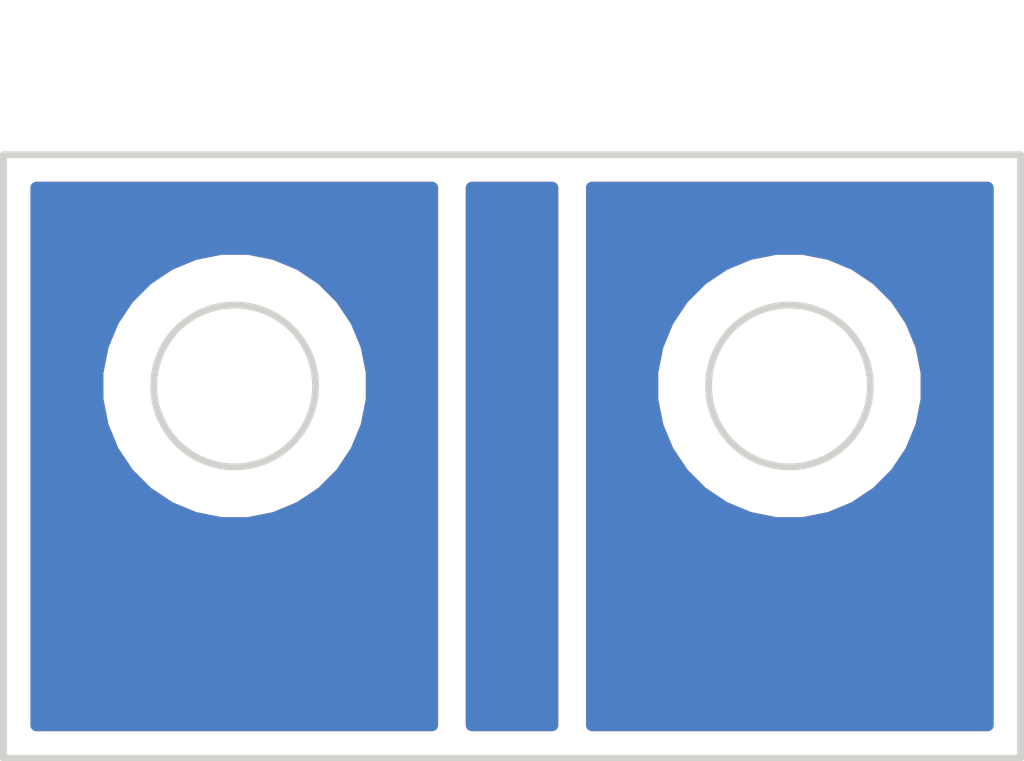
<source format=kicad_pcb>
(kicad_pcb (version 20171130) (host pcbnew "(5.1.7)-1")

  (general
    (thickness 1.6)
    (drawings 15)
    (tracks 0)
    (zones 0)
    (modules 0)
    (nets 1)
  )

  (page A4)
  (layers
    (0 F.Cu signal)
    (31 B.Cu signal)
    (32 B.Adhes user)
    (33 F.Adhes user)
    (34 B.Paste user)
    (35 F.Paste user)
    (36 B.SilkS user)
    (37 F.SilkS user)
    (38 B.Mask user)
    (39 F.Mask user)
    (40 Dwgs.User user)
    (41 Cmts.User user)
    (42 Eco1.User user)
    (43 Eco2.User user)
    (44 Edge.Cuts user)
    (45 Margin user)
    (46 B.CrtYd user)
    (47 F.CrtYd user)
    (48 B.Fab user)
    (49 F.Fab user)
  )

  (setup
    (last_trace_width 0.25)
    (trace_clearance 0.2)
    (zone_clearance 0.508)
    (zone_45_only yes)
    (trace_min 0.2)
    (via_size 0.8)
    (via_drill 0.4)
    (via_min_size 0.4)
    (via_min_drill 0.3)
    (uvia_size 0.3)
    (uvia_drill 0.1)
    (uvias_allowed no)
    (uvia_min_size 0.2)
    (uvia_min_drill 0.1)
    (edge_width 0.05)
    (segment_width 0.2)
    (pcb_text_width 0.3)
    (pcb_text_size 1.5 1.5)
    (mod_edge_width 0.12)
    (mod_text_size 1 1)
    (mod_text_width 0.15)
    (pad_size 1.524 1.524)
    (pad_drill 0.762)
    (pad_to_mask_clearance 0)
    (aux_axis_origin 0 0)
    (visible_elements 7FFFFFFF)
    (pcbplotparams
      (layerselection 0x010fc_ffffffff)
      (usegerberextensions true)
      (usegerberattributes false)
      (usegerberadvancedattributes false)
      (creategerberjobfile false)
      (excludeedgelayer true)
      (linewidth 0.100000)
      (plotframeref false)
      (viasonmask false)
      (mode 1)
      (useauxorigin false)
      (hpglpennumber 1)
      (hpglpenspeed 20)
      (hpglpendiameter 15.000000)
      (psnegative false)
      (psa4output false)
      (plotreference true)
      (plotvalue false)
      (plotinvisibletext false)
      (padsonsilk false)
      (subtractmaskfromsilk true)
      (outputformat 1)
      (mirror false)
      (drillshape 0)
      (scaleselection 1)
      (outputdirectory "gerber"))
  )

  (net 0 "")

  (net_class Default "This is the default net class."
    (clearance 0.2)
    (trace_width 0.25)
    (via_dia 0.8)
    (via_drill 0.4)
    (uvia_dia 0.3)
    (uvia_drill 0.1)
  )

  (gr_text "Aluminum PCB!" (at 12.5 10) (layer Dwgs.User)
    (effects (font (size 1 1) (thickness 0.15)) (justify left))
  )
  (gr_line (start 34.5 25.55) (end 12.5 25.55) (layer Edge.Cuts) (width 0.15) (tstamp 633754FE))
  (gr_line (start 25.7 24.35) (end 33.3 24.35) (layer Dwgs.User) (width 0.15) (tstamp 63375468))
  (gr_line (start 13.7 24.35) (end 21.3 24.35) (layer Dwgs.User) (width 0.15) (tstamp 63375466))
  (gr_line (start 25.7 13.7) (end 33.3 13.7) (layer Dwgs.User) (width 0.15) (tstamp 6337544C))
  (gr_line (start 25.7 13.7) (end 25.7 24.35) (layer Dwgs.User) (width 0.15) (tstamp 63375420))
  (gr_line (start 21.3 13.7) (end 21.3 24.35) (layer Dwgs.User) (width 0.15) (tstamp 6337541C))
  (gr_line (start 33.3 13.7) (end 33.3 24.35) (layer Dwgs.User) (width 0.15) (tstamp 633753DD))
  (gr_line (start 13.7 13.7) (end 13.7 24.35) (layer Dwgs.User) (width 0.15) (tstamp 633753C4))
  (gr_line (start 13.7 13.7) (end 21.3 13.7) (layer Dwgs.User) (width 0.15))
  (gr_line (start 34.5 25.55) (end 34.5 12.5) (layer Edge.Cuts) (width 0.15) (tstamp 63375369))
  (gr_line (start 34.5 12.5) (end 12.5 12.5) (layer Edge.Cuts) (width 0.15))
  (gr_line (start 12.5 25.55) (end 12.5 12.5) (layer Edge.Cuts) (width 0.15))
  (gr_circle (center 29.5 17.5) (end 31.25 17.5) (layer Edge.Cuts) (width 0.15) (tstamp 6337531F))
  (gr_circle (center 17.5 17.5) (end 19.25 17.5) (layer Edge.Cuts) (width 0.15))

  (zone (net 0) (net_name "") (layer F.Cu) (tstamp 63376090) (hatch edge 0.508)
    (connect_pads (clearance 0.508))
    (min_thickness 0.254)
    (fill yes (arc_segments 32) (thermal_gap 0.508) (thermal_bridge_width 0.508))
    (polygon
      (pts
        (xy 34.5 25.6) (xy 25.1 25.6) (xy 25.1 12.5) (xy 34.5 12.5)
      )
    )
    (filled_polygon
      (pts
        (xy 33.79 24.84) (xy 25.227 24.84) (xy 25.227 17.207909) (xy 26.53435 17.207909) (xy 26.53435 17.792091)
        (xy 26.648318 18.365048) (xy 26.871875 18.904762) (xy 27.196429 19.390492) (xy 27.609508 19.803571) (xy 28.095238 20.128125)
        (xy 28.634952 20.351682) (xy 29.207909 20.46565) (xy 29.792091 20.46565) (xy 30.365048 20.351682) (xy 30.904762 20.128125)
        (xy 31.390492 19.803571) (xy 31.803571 19.390492) (xy 32.128125 18.904762) (xy 32.351682 18.365048) (xy 32.46565 17.792091)
        (xy 32.46565 17.207909) (xy 32.351682 16.634952) (xy 32.128125 16.095238) (xy 31.803571 15.609508) (xy 31.390492 15.196429)
        (xy 30.904762 14.871875) (xy 30.365048 14.648318) (xy 29.792091 14.53435) (xy 29.207909 14.53435) (xy 28.634952 14.648318)
        (xy 28.095238 14.871875) (xy 27.609508 15.196429) (xy 27.196429 15.609508) (xy 26.871875 16.095238) (xy 26.648318 16.634952)
        (xy 26.53435 17.207909) (xy 25.227 17.207909) (xy 25.227 13.21) (xy 33.790001 13.21)
      )
    )
  )
  (zone (net 0) (net_name "") (layer F.Cu) (tstamp 6337608D) (hatch edge 0.508)
    (connect_pads (clearance 0.508))
    (min_thickness 0.254)
    (fill yes (arc_segments 32) (thermal_gap 0.508) (thermal_bridge_width 0.508))
    (polygon
      (pts
        (xy 21.9 25.6) (xy 12.5 25.6) (xy 12.5 12.5) (xy 21.9 12.5)
      )
    )
    (filled_polygon
      (pts
        (xy 21.773 24.84) (xy 13.21 24.84) (xy 13.21 17.207909) (xy 14.53435 17.207909) (xy 14.53435 17.792091)
        (xy 14.648318 18.365048) (xy 14.871875 18.904762) (xy 15.196429 19.390492) (xy 15.609508 19.803571) (xy 16.095238 20.128125)
        (xy 16.634952 20.351682) (xy 17.207909 20.46565) (xy 17.792091 20.46565) (xy 18.365048 20.351682) (xy 18.904762 20.128125)
        (xy 19.390492 19.803571) (xy 19.803571 19.390492) (xy 20.128125 18.904762) (xy 20.351682 18.365048) (xy 20.46565 17.792091)
        (xy 20.46565 17.207909) (xy 20.351682 16.634952) (xy 20.128125 16.095238) (xy 19.803571 15.609508) (xy 19.390492 15.196429)
        (xy 18.904762 14.871875) (xy 18.365048 14.648318) (xy 17.792091 14.53435) (xy 17.207909 14.53435) (xy 16.634952 14.648318)
        (xy 16.095238 14.871875) (xy 15.609508 15.196429) (xy 15.196429 15.609508) (xy 14.871875 16.095238) (xy 14.648318 16.634952)
        (xy 14.53435 17.207909) (xy 13.21 17.207909) (xy 13.21 13.21) (xy 21.773 13.21)
      )
    )
  )
  (zone (net 0) (net_name "") (layer B.Cu) (tstamp 6337608A) (hatch edge 0.508)
    (connect_pads (clearance 0.508))
    (min_thickness 0.254)
    (fill yes (arc_segments 32) (thermal_gap 0.508) (thermal_bridge_width 0.508))
    (polygon
      (pts
        (xy 21.9 25.6) (xy 12.5 25.6) (xy 12.5 12.5) (xy 21.9 12.5)
      )
    )
    (filled_polygon
      (pts
        (xy 21.773 24.84) (xy 13.21 24.84) (xy 13.21 17.207909) (xy 14.53435 17.207909) (xy 14.53435 17.792091)
        (xy 14.648318 18.365048) (xy 14.871875 18.904762) (xy 15.196429 19.390492) (xy 15.609508 19.803571) (xy 16.095238 20.128125)
        (xy 16.634952 20.351682) (xy 17.207909 20.46565) (xy 17.792091 20.46565) (xy 18.365048 20.351682) (xy 18.904762 20.128125)
        (xy 19.390492 19.803571) (xy 19.803571 19.390492) (xy 20.128125 18.904762) (xy 20.351682 18.365048) (xy 20.46565 17.792091)
        (xy 20.46565 17.207909) (xy 20.351682 16.634952) (xy 20.128125 16.095238) (xy 19.803571 15.609508) (xy 19.390492 15.196429)
        (xy 18.904762 14.871875) (xy 18.365048 14.648318) (xy 17.792091 14.53435) (xy 17.207909 14.53435) (xy 16.634952 14.648318)
        (xy 16.095238 14.871875) (xy 15.609508 15.196429) (xy 15.196429 15.609508) (xy 14.871875 16.095238) (xy 14.648318 16.634952)
        (xy 14.53435 17.207909) (xy 13.21 17.207909) (xy 13.21 13.21) (xy 21.773 13.21)
      )
    )
  )
  (zone (net 0) (net_name "") (layer B.Cu) (tstamp 63376087) (hatch edge 0.508)
    (connect_pads (clearance 0.508))
    (min_thickness 0.254)
    (fill yes (arc_segments 32) (thermal_gap 0.508) (thermal_bridge_width 0.508))
    (polygon
      (pts
        (xy 34.5 25.599065) (xy 25.1 25.599065) (xy 25.1 12.499065) (xy 34.5 12.499065)
      )
    )
    (filled_polygon
      (pts
        (xy 33.79 24.84) (xy 25.227 24.84) (xy 25.227 17.207909) (xy 26.53435 17.207909) (xy 26.53435 17.792091)
        (xy 26.648318 18.365048) (xy 26.871875 18.904762) (xy 27.196429 19.390492) (xy 27.609508 19.803571) (xy 28.095238 20.128125)
        (xy 28.634952 20.351682) (xy 29.207909 20.46565) (xy 29.792091 20.46565) (xy 30.365048 20.351682) (xy 30.904762 20.128125)
        (xy 31.390492 19.803571) (xy 31.803571 19.390492) (xy 32.128125 18.904762) (xy 32.351682 18.365048) (xy 32.46565 17.792091)
        (xy 32.46565 17.207909) (xy 32.351682 16.634952) (xy 32.128125 16.095238) (xy 31.803571 15.609508) (xy 31.390492 15.196429)
        (xy 30.904762 14.871875) (xy 30.365048 14.648318) (xy 29.792091 14.53435) (xy 29.207909 14.53435) (xy 28.634952 14.648318)
        (xy 28.095238 14.871875) (xy 27.609508 15.196429) (xy 27.196429 15.609508) (xy 26.871875 16.095238) (xy 26.648318 16.634952)
        (xy 26.53435 17.207909) (xy 25.227 17.207909) (xy 25.227 13.21) (xy 33.790001 13.21)
      )
    )
  )
  (zone (net 0) (net_name "") (layer F.Cu) (tstamp 63376084) (hatch edge 0.508)
    (connect_pads (clearance 0.508))
    (min_thickness 0.254)
    (fill yes (arc_segments 32) (thermal_gap 0.508) (thermal_bridge_width 0.508))
    (polygon
      (pts
        (xy 24.5 25.6) (xy 22.5 25.6) (xy 22.5 12.5) (xy 24.5 12.5)
      )
    )
    (filled_polygon
      (pts
        (xy 24.373 24.84) (xy 22.627 24.84) (xy 22.627 13.21) (xy 24.373 13.21)
      )
    )
  )
  (zone (net 0) (net_name "") (layer B.Cu) (tstamp 63376081) (hatch edge 0.508)
    (connect_pads (clearance 0.508))
    (min_thickness 0.254)
    (fill yes (arc_segments 32) (thermal_gap 0.508) (thermal_bridge_width 0.508))
    (polygon
      (pts
        (xy 24.5 25.6) (xy 22.5 25.6) (xy 22.5 12.5) (xy 24.5 12.5)
      )
    )
    (filled_polygon
      (pts
        (xy 24.373 24.84) (xy 22.627 24.84) (xy 22.627 13.21) (xy 24.373 13.21)
      )
    )
  )
)

</source>
